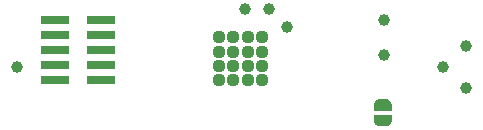
<source format=gbr>
G04 #@! TF.GenerationSoftware,KiCad,Pcbnew,5.1.10-88a1d61d58~90~ubuntu20.04.1*
G04 #@! TF.CreationDate,2021-11-22T21:12:46+01:00*
G04 #@! TF.ProjectId,nRF52832_qfaa,6e524635-3238-4333-925f-716661612e6b,rev?*
G04 #@! TF.SameCoordinates,Original*
G04 #@! TF.FileFunction,Soldermask,Bot*
G04 #@! TF.FilePolarity,Negative*
%FSLAX45Y45*%
G04 Gerber Fmt 4.5, Leading zero omitted, Abs format (unit mm)*
G04 Created by KiCad (PCBNEW 5.1.10-88a1d61d58~90~ubuntu20.04.1) date 2021-11-22 21:12:46*
%MOMM*%
%LPD*%
G01*
G04 APERTURE LIST*
%ADD10C,1.000000*%
%ADD11C,1.111200*%
%ADD12C,0.100000*%
%ADD13R,2.400000X0.740000*%
G04 APERTURE END LIST*
D10*
X5377180Y-3197860D03*
X5224780Y-3045460D03*
X5021580Y-3045460D03*
X3096280Y-3533460D03*
X6696280Y-3533460D03*
D11*
X5165080Y-3644560D03*
X5165080Y-3524560D03*
X5165080Y-3404560D03*
X5165080Y-3284560D03*
X5045080Y-3644560D03*
X5045080Y-3524560D03*
X5045080Y-3404560D03*
X5045080Y-3284560D03*
X4925080Y-3644560D03*
X4925080Y-3524560D03*
X4925080Y-3404560D03*
X4925080Y-3284560D03*
X4805080Y-3644560D03*
X4805080Y-3524560D03*
X4805080Y-3404560D03*
X4805080Y-3284560D03*
D10*
X6896280Y-3358460D03*
X6896280Y-3708460D03*
X6196280Y-3433460D03*
X6196280Y-3133460D03*
D12*
G36*
X6264920Y-3986760D02*
G01*
X6264920Y-3989213D01*
X6264439Y-3994096D01*
X6263482Y-3998909D01*
X6262057Y-4003604D01*
X6260179Y-4008138D01*
X6257866Y-4012465D01*
X6255140Y-4016545D01*
X6252028Y-4020338D01*
X6248558Y-4023808D01*
X6244765Y-4026920D01*
X6240685Y-4029646D01*
X6236358Y-4031959D01*
X6231824Y-4033837D01*
X6227129Y-4035262D01*
X6222316Y-4036219D01*
X6217433Y-4036700D01*
X6214980Y-4036700D01*
X6214980Y-4036760D01*
X6164980Y-4036760D01*
X6164980Y-4036700D01*
X6162527Y-4036700D01*
X6157643Y-4036219D01*
X6152831Y-4035262D01*
X6148135Y-4033837D01*
X6143602Y-4031959D01*
X6139275Y-4029646D01*
X6135195Y-4026920D01*
X6131402Y-4023808D01*
X6127932Y-4020338D01*
X6124820Y-4016545D01*
X6122094Y-4012465D01*
X6119780Y-4008138D01*
X6117903Y-4003604D01*
X6116478Y-3998909D01*
X6115521Y-3994096D01*
X6115040Y-3989213D01*
X6115040Y-3986760D01*
X6114980Y-3986760D01*
X6114980Y-3936760D01*
X6264980Y-3936760D01*
X6264980Y-3986760D01*
X6264920Y-3986760D01*
G37*
G36*
X6114980Y-3906760D02*
G01*
X6114980Y-3856760D01*
X6115040Y-3856760D01*
X6115040Y-3854307D01*
X6115521Y-3849423D01*
X6116478Y-3844611D01*
X6117903Y-3839915D01*
X6119780Y-3835382D01*
X6122094Y-3831055D01*
X6124820Y-3826975D01*
X6127932Y-3823182D01*
X6131402Y-3819712D01*
X6135195Y-3816600D01*
X6139275Y-3813874D01*
X6143602Y-3811560D01*
X6148135Y-3809683D01*
X6152831Y-3808258D01*
X6157643Y-3807301D01*
X6162527Y-3806820D01*
X6164980Y-3806820D01*
X6164980Y-3806760D01*
X6214980Y-3806760D01*
X6214980Y-3806820D01*
X6217433Y-3806820D01*
X6222316Y-3807301D01*
X6227129Y-3808258D01*
X6231824Y-3809683D01*
X6236358Y-3811560D01*
X6240685Y-3813874D01*
X6244765Y-3816600D01*
X6248558Y-3819712D01*
X6252028Y-3823182D01*
X6255140Y-3826975D01*
X6257866Y-3831055D01*
X6260179Y-3835382D01*
X6262057Y-3839915D01*
X6263482Y-3844611D01*
X6264439Y-3849423D01*
X6264920Y-3854307D01*
X6264920Y-3856760D01*
X6264980Y-3856760D01*
X6264980Y-3906760D01*
X6114980Y-3906760D01*
G37*
D13*
X3802380Y-3134360D03*
X3412380Y-3134360D03*
X3802380Y-3261360D03*
X3412380Y-3261360D03*
X3802380Y-3388360D03*
X3412380Y-3388360D03*
X3802380Y-3515360D03*
X3412380Y-3515360D03*
X3802380Y-3642360D03*
X3412380Y-3642360D03*
M02*

</source>
